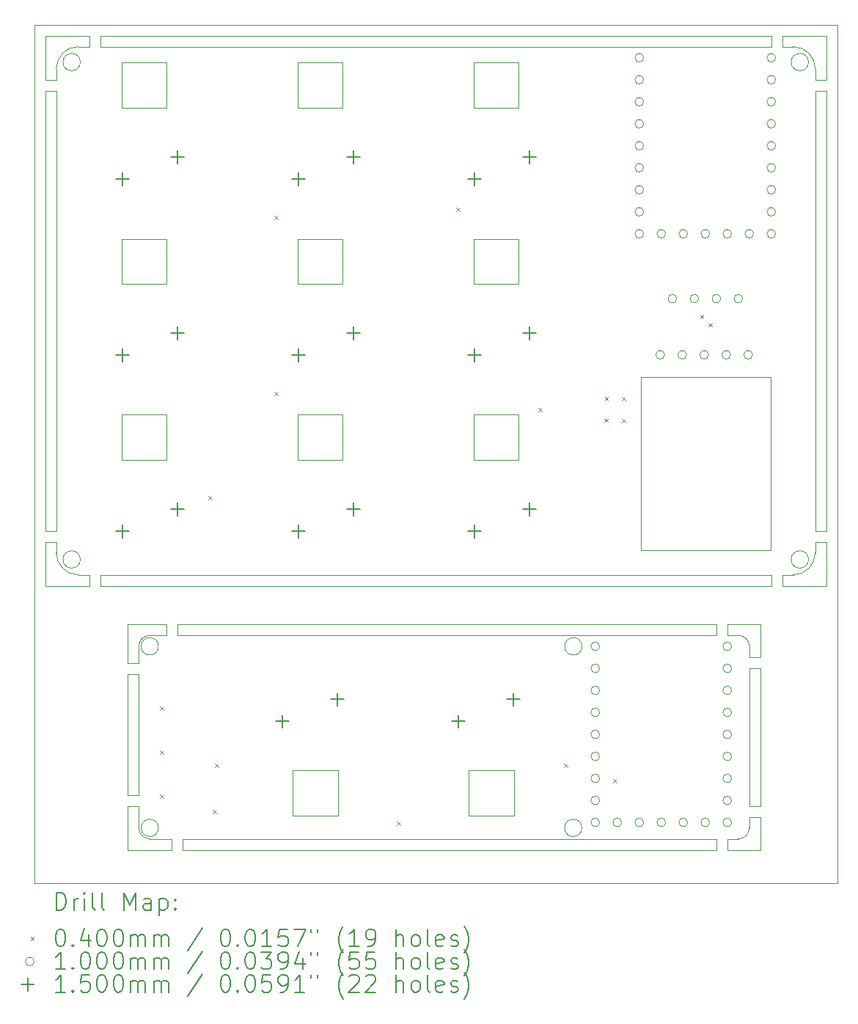
<source format=gbr>
%FSLAX45Y45*%
G04 Gerber Fmt 4.5, Leading zero omitted, Abs format (unit mm)*
G04 Created by KiCad (PCBNEW (6.0.5)) date 2022-06-14 18:11:53*
%MOMM*%
%LPD*%
G01*
G04 APERTURE LIST*
%TA.AperFunction,Profile*%
%ADD10C,0.050000*%
%TD*%
%ADD11C,0.200000*%
%ADD12C,0.040000*%
%ADD13C,0.100000*%
%ADD14C,0.150000*%
G04 APERTURE END LIST*
D10*
X11049000Y-12509500D02*
G75*
G03*
X10922000Y-12382500I-127000J0D01*
G01*
X4000500Y-14605000D02*
G75*
G03*
X4127500Y-14732000I127000J0D01*
G01*
X11938000Y-6096000D02*
X11811000Y-6096000D01*
X11430000Y-11684000D02*
X11430000Y-11811000D01*
X3048000Y-11303000D02*
X3048000Y-11430000D01*
X10668000Y-14859000D02*
X10668000Y-14732000D01*
X4445000Y-12255500D02*
X4445000Y-12382500D01*
X4000500Y-12509500D02*
X4000500Y-12700000D01*
X11176000Y-14859000D02*
X11176000Y-14478000D01*
X4324154Y-10356775D02*
X3805994Y-10356775D01*
X3805994Y-10356775D02*
X3805994Y-9835615D01*
X3805994Y-9835615D02*
X4324154Y-9835615D01*
X4324154Y-9835615D02*
X4324154Y-10356775D01*
X11049000Y-12636500D02*
X11049000Y-12509500D01*
X10922000Y-14732000D02*
G75*
G03*
X11049000Y-14605000I0J127000D01*
G01*
X11938000Y-11176000D02*
X11938000Y-6096000D01*
X11303000Y-5588000D02*
X3556000Y-5588000D01*
X11811000Y-11176000D02*
X11938000Y-11176000D01*
X5778920Y-13941420D02*
X6297080Y-13941420D01*
X6297080Y-13941420D02*
X6297080Y-14466660D01*
X6297080Y-14466660D02*
X5778920Y-14466660D01*
X5778920Y-14466660D02*
X5778920Y-13941420D01*
X11303000Y-5588000D02*
X11303000Y-5461000D01*
X2921000Y-5461000D02*
X2921000Y-5969000D01*
X10795000Y-14732000D02*
X10795000Y-14859000D01*
X3556000Y-11684000D02*
X3556000Y-11811000D01*
X3429000Y-5461000D02*
X3429000Y-5588000D01*
X8387080Y-8323580D02*
X7868920Y-8323580D01*
X7868920Y-8323580D02*
X7868920Y-7805420D01*
X7868920Y-7805420D02*
X8387080Y-7805420D01*
X8387080Y-7805420D02*
X8387080Y-8323580D01*
X4000500Y-12827000D02*
X4000500Y-14224000D01*
X2794000Y-5334000D02*
X12065000Y-5334000D01*
X12065000Y-5334000D02*
X12065000Y-15240000D01*
X12065000Y-15240000D02*
X2794000Y-15240000D01*
X2794000Y-15240000D02*
X2794000Y-5334000D01*
X4000500Y-14351000D02*
X4000500Y-14605000D01*
X11430000Y-5588000D02*
X11430000Y-5461000D01*
X11733200Y-5765800D02*
G75*
G03*
X11733200Y-5765800I-100000J0D01*
G01*
X11049000Y-14478000D02*
X11049000Y-14605000D01*
X3873500Y-14224000D02*
X3873500Y-12827000D01*
X11049000Y-14351000D02*
X11176000Y-14351000D01*
X11176000Y-14351000D02*
X11176000Y-12763500D01*
X3429000Y-5461000D02*
X2921000Y-5461000D01*
X3048000Y-6096000D02*
X2921000Y-6096000D01*
X8387681Y-10361855D02*
X7869521Y-10361855D01*
X7869521Y-10361855D02*
X7869521Y-9831535D01*
X7869521Y-9831535D02*
X8387681Y-9831535D01*
X8387681Y-9831535D02*
X8387681Y-10361855D01*
X3556000Y-5461000D02*
X3556000Y-5588000D01*
X4324154Y-8325580D02*
X3805994Y-8325580D01*
X3805994Y-8325580D02*
X3805994Y-7805420D01*
X3805994Y-7805420D02*
X4324154Y-7805420D01*
X4324154Y-7805420D02*
X4324154Y-8325580D01*
X11176000Y-14478000D02*
X11049000Y-14478000D01*
X3873500Y-14351000D02*
X4000500Y-14351000D01*
X9117000Y-14605000D02*
G75*
G03*
X9117000Y-14605000I-100000J0D01*
G01*
X3048000Y-5969000D02*
X3048000Y-5842000D01*
X2921000Y-6096000D02*
X2921000Y-11176000D01*
X11938000Y-5461000D02*
X11938000Y-5969000D01*
X6355917Y-8325580D02*
X5837757Y-8325580D01*
X5837757Y-8325580D02*
X5837757Y-7805420D01*
X5837757Y-7805420D02*
X6355917Y-7805420D01*
X6355917Y-7805420D02*
X6355917Y-8325580D01*
X6355080Y-10357500D02*
X5836920Y-10357500D01*
X5836920Y-10357500D02*
X5836920Y-9832260D01*
X5836920Y-9832260D02*
X6355080Y-9832260D01*
X6355080Y-9832260D02*
X6355080Y-10357500D01*
X3302000Y-5588000D02*
X3429000Y-5588000D01*
X4381500Y-14859000D02*
X4381500Y-14732000D01*
X11938000Y-11811000D02*
X11938000Y-11303000D01*
X4318000Y-12382500D02*
X4127500Y-12382500D01*
X11557000Y-5588000D02*
X11430000Y-5588000D01*
X11733200Y-11506200D02*
G75*
G03*
X11733200Y-11506200I-100000J0D01*
G01*
X4127500Y-12382500D02*
G75*
G03*
X4000500Y-12509500I0J-127000D01*
G01*
X4000500Y-12700000D02*
X3873500Y-12700000D01*
X11430000Y-5461000D02*
X11938000Y-5461000D01*
X7810920Y-13939880D02*
X8329080Y-13939880D01*
X8329080Y-13939880D02*
X8329080Y-14465120D01*
X8329080Y-14465120D02*
X7810920Y-14465120D01*
X7810920Y-14465120D02*
X7810920Y-13939880D01*
X11811000Y-6096000D02*
X11811000Y-11176000D01*
X11303000Y-5461000D02*
X3556000Y-5461000D01*
X3048000Y-6096000D02*
X3048000Y-11176000D01*
X10668000Y-14732000D02*
X4508500Y-14732000D01*
X4445000Y-12382500D02*
X10668000Y-12382500D01*
X3048000Y-11430000D02*
G75*
G03*
X3302000Y-11684000I254000J0D01*
G01*
X4227500Y-12509500D02*
G75*
G03*
X4227500Y-12509500I-100000J0D01*
G01*
X4508500Y-14732000D02*
X4508500Y-14859000D01*
X11049000Y-12763500D02*
X11049000Y-14351000D01*
X11176000Y-12255500D02*
X11176000Y-12636500D01*
X3048000Y-11303000D02*
X2921000Y-11303000D01*
X10795000Y-14859000D02*
X11176000Y-14859000D01*
X4323080Y-6293580D02*
X3804920Y-6293580D01*
X3804920Y-6293580D02*
X3804920Y-5771420D01*
X3804920Y-5771420D02*
X4323080Y-5771420D01*
X4323080Y-5771420D02*
X4323080Y-6293580D01*
X3429000Y-11811000D02*
X3429000Y-11684000D01*
X3873500Y-12255500D02*
X4318000Y-12255500D01*
X2921000Y-11176000D02*
X3048000Y-11176000D01*
X4000500Y-14224000D02*
X3873500Y-14224000D01*
X11176000Y-12763500D02*
X11049000Y-12763500D01*
X11303000Y-11811000D02*
X11303000Y-11684000D01*
X11938000Y-5969000D02*
X11811000Y-5969000D01*
X10668000Y-12255500D02*
X4445000Y-12255500D01*
X4381500Y-14732000D02*
X4127500Y-14732000D01*
X4508500Y-14859000D02*
X10668000Y-14859000D01*
X11557000Y-11684000D02*
X11430000Y-11684000D01*
X11811000Y-5842000D02*
X11811000Y-5969000D01*
X11430000Y-11811000D02*
X11938000Y-11811000D01*
X10922000Y-12382500D02*
X10795000Y-12382500D01*
X3556000Y-11684000D02*
X11303000Y-11684000D01*
X2921000Y-11303000D02*
X2921000Y-11811000D01*
X10795000Y-12382500D02*
X10795000Y-12255500D01*
X3429000Y-11684000D02*
X3302000Y-11684000D01*
X8387080Y-6292580D02*
X7868920Y-6292580D01*
X7868920Y-6292580D02*
X7868920Y-5768340D01*
X7868920Y-5768340D02*
X8387080Y-5768340D01*
X8387080Y-5768340D02*
X8387080Y-6292580D01*
X3873500Y-12700000D02*
X3873500Y-12255500D01*
X10795000Y-12255500D02*
X11176000Y-12255500D01*
X3556000Y-11811000D02*
X11303000Y-11811000D01*
X3325800Y-5765800D02*
G75*
G03*
X3325800Y-5765800I-100000J0D01*
G01*
X3873500Y-14351000D02*
X3873500Y-14859000D01*
X9117000Y-12509500D02*
G75*
G03*
X9117000Y-12509500I-100000J0D01*
G01*
X2921000Y-11811000D02*
X3429000Y-11811000D01*
X3302000Y-5588000D02*
G75*
G03*
X3048000Y-5842000I0J-254000D01*
G01*
X11811000Y-5842000D02*
G75*
G03*
X11557000Y-5588000I-254000J0D01*
G01*
X6355080Y-6293580D02*
X5836920Y-6293580D01*
X5836920Y-6293580D02*
X5836920Y-5771420D01*
X5836920Y-5771420D02*
X6355080Y-5771420D01*
X6355080Y-5771420D02*
X6355080Y-6293580D01*
X9800000Y-9400000D02*
X11300000Y-9400000D01*
X11300000Y-9400000D02*
X11300000Y-11400000D01*
X11300000Y-11400000D02*
X9800000Y-11400000D01*
X9800000Y-11400000D02*
X9800000Y-9400000D01*
X2921000Y-5969000D02*
X3048000Y-5969000D01*
X4318000Y-12255500D02*
X4318000Y-12382500D01*
X10668000Y-12382500D02*
X10668000Y-12255500D01*
X4227500Y-14605000D02*
G75*
G03*
X4227500Y-14605000I-100000J0D01*
G01*
X11811000Y-11303000D02*
X11811000Y-11430000D01*
X11557000Y-11684000D02*
G75*
G03*
X11811000Y-11430000I0J254000D01*
G01*
X3325800Y-11506200D02*
G75*
G03*
X3325800Y-11506200I-100000J0D01*
G01*
X3873500Y-14859000D02*
X4381500Y-14859000D01*
X10922000Y-14732000D02*
X10795000Y-14732000D01*
X11938000Y-11303000D02*
X11811000Y-11303000D01*
X11176000Y-12636500D02*
X11049000Y-12636500D01*
X3873500Y-12827000D02*
X4000500Y-12827000D01*
D11*
D12*
X4247200Y-13200700D02*
X4287200Y-13240700D01*
X4287200Y-13200700D02*
X4247200Y-13240700D01*
X4247200Y-13708700D02*
X4287200Y-13748700D01*
X4287200Y-13708700D02*
X4247200Y-13748700D01*
X4247200Y-14216700D02*
X4287200Y-14256700D01*
X4287200Y-14216700D02*
X4247200Y-14256700D01*
X4806000Y-10775000D02*
X4846000Y-10815000D01*
X4846000Y-10775000D02*
X4806000Y-10815000D01*
X4856800Y-14394500D02*
X4896800Y-14434500D01*
X4896800Y-14394500D02*
X4856800Y-14434500D01*
X4882200Y-13861100D02*
X4922200Y-13901100D01*
X4922200Y-13861100D02*
X4882200Y-13901100D01*
X5568000Y-7536500D02*
X5608000Y-7576500D01*
X5608000Y-7536500D02*
X5568000Y-7576500D01*
X5568000Y-9568500D02*
X5608000Y-9608500D01*
X5608000Y-9568500D02*
X5568000Y-9608500D01*
X6977700Y-14534200D02*
X7017700Y-14574200D01*
X7017700Y-14534200D02*
X6977700Y-14574200D01*
X7663500Y-7447600D02*
X7703500Y-7487600D01*
X7703500Y-7447600D02*
X7663500Y-7487600D01*
X8616000Y-9759000D02*
X8656000Y-9799000D01*
X8656000Y-9759000D02*
X8616000Y-9799000D01*
X8908100Y-13861100D02*
X8948100Y-13901100D01*
X8948100Y-13861100D02*
X8908100Y-13901100D01*
X9378000Y-9880000D02*
X9418000Y-9920000D01*
X9418000Y-9880000D02*
X9378000Y-9920000D01*
X9380000Y-9632000D02*
X9420000Y-9672000D01*
X9420000Y-9632000D02*
X9380000Y-9672000D01*
X9479600Y-14038900D02*
X9519600Y-14078900D01*
X9519600Y-14038900D02*
X9479600Y-14078900D01*
X9580000Y-9632000D02*
X9620000Y-9672000D01*
X9620000Y-9632000D02*
X9580000Y-9672000D01*
X9580000Y-9886000D02*
X9620000Y-9926000D01*
X9620000Y-9886000D02*
X9580000Y-9926000D01*
X10480000Y-8680000D02*
X10520000Y-8720000D01*
X10520000Y-8680000D02*
X10480000Y-8720000D01*
X10580000Y-8780000D02*
X10620000Y-8820000D01*
X10620000Y-8780000D02*
X10580000Y-8820000D01*
D13*
X9321000Y-12509500D02*
G75*
G03*
X9321000Y-12509500I-50000J0D01*
G01*
X9321000Y-12763500D02*
G75*
G03*
X9321000Y-12763500I-50000J0D01*
G01*
X9321000Y-13017500D02*
G75*
G03*
X9321000Y-13017500I-50000J0D01*
G01*
X9321000Y-13271500D02*
G75*
G03*
X9321000Y-13271500I-50000J0D01*
G01*
X9321000Y-13525500D02*
G75*
G03*
X9321000Y-13525500I-50000J0D01*
G01*
X9321000Y-13779500D02*
G75*
G03*
X9321000Y-13779500I-50000J0D01*
G01*
X9321000Y-14033500D02*
G75*
G03*
X9321000Y-14033500I-50000J0D01*
G01*
X9321000Y-14287500D02*
G75*
G03*
X9321000Y-14287500I-50000J0D01*
G01*
X9321000Y-14541500D02*
G75*
G03*
X9321000Y-14541500I-50000J0D01*
G01*
X9575000Y-14541500D02*
G75*
G03*
X9575000Y-14541500I-50000J0D01*
G01*
X9829000Y-5715000D02*
G75*
G03*
X9829000Y-5715000I-50000J0D01*
G01*
X9829000Y-5969000D02*
G75*
G03*
X9829000Y-5969000I-50000J0D01*
G01*
X9829000Y-6223000D02*
G75*
G03*
X9829000Y-6223000I-50000J0D01*
G01*
X9829000Y-6477000D02*
G75*
G03*
X9829000Y-6477000I-50000J0D01*
G01*
X9829000Y-6731000D02*
G75*
G03*
X9829000Y-6731000I-50000J0D01*
G01*
X9829000Y-6985000D02*
G75*
G03*
X9829000Y-6985000I-50000J0D01*
G01*
X9829000Y-7239000D02*
G75*
G03*
X9829000Y-7239000I-50000J0D01*
G01*
X9829000Y-7493000D02*
G75*
G03*
X9829000Y-7493000I-50000J0D01*
G01*
X9829000Y-7747000D02*
G75*
G03*
X9829000Y-7747000I-50000J0D01*
G01*
X9829000Y-14541500D02*
G75*
G03*
X9829000Y-14541500I-50000J0D01*
G01*
X10070300Y-9144000D02*
G75*
G03*
X10070300Y-9144000I-50000J0D01*
G01*
X10083000Y-7747000D02*
G75*
G03*
X10083000Y-7747000I-50000J0D01*
G01*
X10083000Y-14541500D02*
G75*
G03*
X10083000Y-14541500I-50000J0D01*
G01*
X10211000Y-8496300D02*
G75*
G03*
X10211000Y-8496300I-50000J0D01*
G01*
X10324300Y-9144000D02*
G75*
G03*
X10324300Y-9144000I-50000J0D01*
G01*
X10337000Y-7747000D02*
G75*
G03*
X10337000Y-7747000I-50000J0D01*
G01*
X10337000Y-14541500D02*
G75*
G03*
X10337000Y-14541500I-50000J0D01*
G01*
X10465000Y-8496300D02*
G75*
G03*
X10465000Y-8496300I-50000J0D01*
G01*
X10578300Y-9144000D02*
G75*
G03*
X10578300Y-9144000I-50000J0D01*
G01*
X10591000Y-7747000D02*
G75*
G03*
X10591000Y-7747000I-50000J0D01*
G01*
X10591000Y-14541500D02*
G75*
G03*
X10591000Y-14541500I-50000J0D01*
G01*
X10719000Y-8496300D02*
G75*
G03*
X10719000Y-8496300I-50000J0D01*
G01*
X10832300Y-9144000D02*
G75*
G03*
X10832300Y-9144000I-50000J0D01*
G01*
X10845000Y-7747000D02*
G75*
G03*
X10845000Y-7747000I-50000J0D01*
G01*
X10845000Y-12509500D02*
G75*
G03*
X10845000Y-12509500I-50000J0D01*
G01*
X10845000Y-12763500D02*
G75*
G03*
X10845000Y-12763500I-50000J0D01*
G01*
X10845000Y-13017500D02*
G75*
G03*
X10845000Y-13017500I-50000J0D01*
G01*
X10845000Y-13271500D02*
G75*
G03*
X10845000Y-13271500I-50000J0D01*
G01*
X10845000Y-13525500D02*
G75*
G03*
X10845000Y-13525500I-50000J0D01*
G01*
X10845000Y-13779500D02*
G75*
G03*
X10845000Y-13779500I-50000J0D01*
G01*
X10845000Y-14033500D02*
G75*
G03*
X10845000Y-14033500I-50000J0D01*
G01*
X10845000Y-14287500D02*
G75*
G03*
X10845000Y-14287500I-50000J0D01*
G01*
X10845000Y-14541500D02*
G75*
G03*
X10845000Y-14541500I-50000J0D01*
G01*
X10973000Y-8496300D02*
G75*
G03*
X10973000Y-8496300I-50000J0D01*
G01*
X11086300Y-9144000D02*
G75*
G03*
X11086300Y-9144000I-50000J0D01*
G01*
X11099000Y-7747000D02*
G75*
G03*
X11099000Y-7747000I-50000J0D01*
G01*
X11353000Y-5715000D02*
G75*
G03*
X11353000Y-5715000I-50000J0D01*
G01*
X11353000Y-5969000D02*
G75*
G03*
X11353000Y-5969000I-50000J0D01*
G01*
X11353000Y-6223000D02*
G75*
G03*
X11353000Y-6223000I-50000J0D01*
G01*
X11353000Y-6477000D02*
G75*
G03*
X11353000Y-6477000I-50000J0D01*
G01*
X11353000Y-6731000D02*
G75*
G03*
X11353000Y-6731000I-50000J0D01*
G01*
X11353000Y-6985000D02*
G75*
G03*
X11353000Y-6985000I-50000J0D01*
G01*
X11353000Y-7239000D02*
G75*
G03*
X11353000Y-7239000I-50000J0D01*
G01*
X11353000Y-7493000D02*
G75*
G03*
X11353000Y-7493000I-50000J0D01*
G01*
X11353000Y-7747000D02*
G75*
G03*
X11353000Y-7747000I-50000J0D01*
G01*
D14*
X3810000Y-7037000D02*
X3810000Y-7187000D01*
X3735000Y-7112000D02*
X3885000Y-7112000D01*
X3810000Y-9069000D02*
X3810000Y-9219000D01*
X3735000Y-9144000D02*
X3885000Y-9144000D01*
X3810000Y-11101000D02*
X3810000Y-11251000D01*
X3735000Y-11176000D02*
X3885000Y-11176000D01*
X4445000Y-6783000D02*
X4445000Y-6933000D01*
X4370000Y-6858000D02*
X4520000Y-6858000D01*
X4445000Y-8815000D02*
X4445000Y-8965000D01*
X4370000Y-8890000D02*
X4520000Y-8890000D01*
X4445000Y-10847000D02*
X4445000Y-10997000D01*
X4370000Y-10922000D02*
X4520000Y-10922000D01*
X5657000Y-13301000D02*
X5657000Y-13451000D01*
X5582000Y-13376000D02*
X5732000Y-13376000D01*
X5842000Y-7037000D02*
X5842000Y-7187000D01*
X5767000Y-7112000D02*
X5917000Y-7112000D01*
X5842000Y-11101000D02*
X5842000Y-11251000D01*
X5767000Y-11176000D02*
X5917000Y-11176000D01*
X5843922Y-9069961D02*
X5843922Y-9219961D01*
X5768922Y-9144961D02*
X5918922Y-9144961D01*
X6292000Y-13047000D02*
X6292000Y-13197000D01*
X6217000Y-13122000D02*
X6367000Y-13122000D01*
X6477000Y-6783000D02*
X6477000Y-6933000D01*
X6402000Y-6858000D02*
X6552000Y-6858000D01*
X6477000Y-10847000D02*
X6477000Y-10997000D01*
X6402000Y-10922000D02*
X6552000Y-10922000D01*
X6478922Y-8815961D02*
X6478922Y-8965961D01*
X6403922Y-8890961D02*
X6553922Y-8890961D01*
X7689000Y-13301000D02*
X7689000Y-13451000D01*
X7614000Y-13376000D02*
X7764000Y-13376000D01*
X7874000Y-7037000D02*
X7874000Y-7187000D01*
X7799000Y-7112000D02*
X7949000Y-7112000D01*
X7874000Y-9069000D02*
X7874000Y-9219000D01*
X7799000Y-9144000D02*
X7949000Y-9144000D01*
X7874000Y-11101000D02*
X7874000Y-11251000D01*
X7799000Y-11176000D02*
X7949000Y-11176000D01*
X8324000Y-13047000D02*
X8324000Y-13197000D01*
X8249000Y-13122000D02*
X8399000Y-13122000D01*
X8509000Y-6783000D02*
X8509000Y-6933000D01*
X8434000Y-6858000D02*
X8584000Y-6858000D01*
X8509000Y-8815000D02*
X8509000Y-8965000D01*
X8434000Y-8890000D02*
X8584000Y-8890000D01*
X8509000Y-10847000D02*
X8509000Y-10997000D01*
X8434000Y-10922000D02*
X8584000Y-10922000D01*
D11*
X3049119Y-15552976D02*
X3049119Y-15352976D01*
X3096738Y-15352976D01*
X3125309Y-15362500D01*
X3144357Y-15381548D01*
X3153881Y-15400595D01*
X3163405Y-15438690D01*
X3163405Y-15467262D01*
X3153881Y-15505357D01*
X3144357Y-15524405D01*
X3125309Y-15543452D01*
X3096738Y-15552976D01*
X3049119Y-15552976D01*
X3249119Y-15552976D02*
X3249119Y-15419643D01*
X3249119Y-15457738D02*
X3258643Y-15438690D01*
X3268167Y-15429167D01*
X3287214Y-15419643D01*
X3306262Y-15419643D01*
X3372928Y-15552976D02*
X3372928Y-15419643D01*
X3372928Y-15352976D02*
X3363405Y-15362500D01*
X3372928Y-15372024D01*
X3382452Y-15362500D01*
X3372928Y-15352976D01*
X3372928Y-15372024D01*
X3496738Y-15552976D02*
X3477690Y-15543452D01*
X3468167Y-15524405D01*
X3468167Y-15352976D01*
X3601500Y-15552976D02*
X3582452Y-15543452D01*
X3572928Y-15524405D01*
X3572928Y-15352976D01*
X3830071Y-15552976D02*
X3830071Y-15352976D01*
X3896738Y-15495833D01*
X3963405Y-15352976D01*
X3963405Y-15552976D01*
X4144357Y-15552976D02*
X4144357Y-15448214D01*
X4134833Y-15429167D01*
X4115786Y-15419643D01*
X4077690Y-15419643D01*
X4058643Y-15429167D01*
X4144357Y-15543452D02*
X4125309Y-15552976D01*
X4077690Y-15552976D01*
X4058643Y-15543452D01*
X4049119Y-15524405D01*
X4049119Y-15505357D01*
X4058643Y-15486309D01*
X4077690Y-15476786D01*
X4125309Y-15476786D01*
X4144357Y-15467262D01*
X4239595Y-15419643D02*
X4239595Y-15619643D01*
X4239595Y-15429167D02*
X4258643Y-15419643D01*
X4296738Y-15419643D01*
X4315786Y-15429167D01*
X4325310Y-15438690D01*
X4334833Y-15457738D01*
X4334833Y-15514881D01*
X4325310Y-15533928D01*
X4315786Y-15543452D01*
X4296738Y-15552976D01*
X4258643Y-15552976D01*
X4239595Y-15543452D01*
X4420548Y-15533928D02*
X4430071Y-15543452D01*
X4420548Y-15552976D01*
X4411024Y-15543452D01*
X4420548Y-15533928D01*
X4420548Y-15552976D01*
X4420548Y-15429167D02*
X4430071Y-15438690D01*
X4420548Y-15448214D01*
X4411024Y-15438690D01*
X4420548Y-15429167D01*
X4420548Y-15448214D01*
D12*
X2751500Y-15862500D02*
X2791500Y-15902500D01*
X2791500Y-15862500D02*
X2751500Y-15902500D01*
D11*
X3087214Y-15772976D02*
X3106262Y-15772976D01*
X3125309Y-15782500D01*
X3134833Y-15792024D01*
X3144357Y-15811071D01*
X3153881Y-15849167D01*
X3153881Y-15896786D01*
X3144357Y-15934881D01*
X3134833Y-15953928D01*
X3125309Y-15963452D01*
X3106262Y-15972976D01*
X3087214Y-15972976D01*
X3068167Y-15963452D01*
X3058643Y-15953928D01*
X3049119Y-15934881D01*
X3039595Y-15896786D01*
X3039595Y-15849167D01*
X3049119Y-15811071D01*
X3058643Y-15792024D01*
X3068167Y-15782500D01*
X3087214Y-15772976D01*
X3239595Y-15953928D02*
X3249119Y-15963452D01*
X3239595Y-15972976D01*
X3230071Y-15963452D01*
X3239595Y-15953928D01*
X3239595Y-15972976D01*
X3420548Y-15839643D02*
X3420548Y-15972976D01*
X3372928Y-15763452D02*
X3325309Y-15906309D01*
X3449119Y-15906309D01*
X3563405Y-15772976D02*
X3582452Y-15772976D01*
X3601500Y-15782500D01*
X3611024Y-15792024D01*
X3620548Y-15811071D01*
X3630071Y-15849167D01*
X3630071Y-15896786D01*
X3620548Y-15934881D01*
X3611024Y-15953928D01*
X3601500Y-15963452D01*
X3582452Y-15972976D01*
X3563405Y-15972976D01*
X3544357Y-15963452D01*
X3534833Y-15953928D01*
X3525309Y-15934881D01*
X3515786Y-15896786D01*
X3515786Y-15849167D01*
X3525309Y-15811071D01*
X3534833Y-15792024D01*
X3544357Y-15782500D01*
X3563405Y-15772976D01*
X3753881Y-15772976D02*
X3772928Y-15772976D01*
X3791976Y-15782500D01*
X3801500Y-15792024D01*
X3811024Y-15811071D01*
X3820548Y-15849167D01*
X3820548Y-15896786D01*
X3811024Y-15934881D01*
X3801500Y-15953928D01*
X3791976Y-15963452D01*
X3772928Y-15972976D01*
X3753881Y-15972976D01*
X3734833Y-15963452D01*
X3725309Y-15953928D01*
X3715786Y-15934881D01*
X3706262Y-15896786D01*
X3706262Y-15849167D01*
X3715786Y-15811071D01*
X3725309Y-15792024D01*
X3734833Y-15782500D01*
X3753881Y-15772976D01*
X3906262Y-15972976D02*
X3906262Y-15839643D01*
X3906262Y-15858690D02*
X3915786Y-15849167D01*
X3934833Y-15839643D01*
X3963405Y-15839643D01*
X3982452Y-15849167D01*
X3991976Y-15868214D01*
X3991976Y-15972976D01*
X3991976Y-15868214D02*
X4001500Y-15849167D01*
X4020548Y-15839643D01*
X4049119Y-15839643D01*
X4068167Y-15849167D01*
X4077690Y-15868214D01*
X4077690Y-15972976D01*
X4172928Y-15972976D02*
X4172928Y-15839643D01*
X4172928Y-15858690D02*
X4182452Y-15849167D01*
X4201500Y-15839643D01*
X4230071Y-15839643D01*
X4249119Y-15849167D01*
X4258643Y-15868214D01*
X4258643Y-15972976D01*
X4258643Y-15868214D02*
X4268167Y-15849167D01*
X4287214Y-15839643D01*
X4315786Y-15839643D01*
X4334833Y-15849167D01*
X4344357Y-15868214D01*
X4344357Y-15972976D01*
X4734833Y-15763452D02*
X4563405Y-16020595D01*
X4991976Y-15772976D02*
X5011024Y-15772976D01*
X5030071Y-15782500D01*
X5039595Y-15792024D01*
X5049119Y-15811071D01*
X5058643Y-15849167D01*
X5058643Y-15896786D01*
X5049119Y-15934881D01*
X5039595Y-15953928D01*
X5030071Y-15963452D01*
X5011024Y-15972976D01*
X4991976Y-15972976D01*
X4972929Y-15963452D01*
X4963405Y-15953928D01*
X4953881Y-15934881D01*
X4944357Y-15896786D01*
X4944357Y-15849167D01*
X4953881Y-15811071D01*
X4963405Y-15792024D01*
X4972929Y-15782500D01*
X4991976Y-15772976D01*
X5144357Y-15953928D02*
X5153881Y-15963452D01*
X5144357Y-15972976D01*
X5134833Y-15963452D01*
X5144357Y-15953928D01*
X5144357Y-15972976D01*
X5277690Y-15772976D02*
X5296738Y-15772976D01*
X5315786Y-15782500D01*
X5325310Y-15792024D01*
X5334833Y-15811071D01*
X5344357Y-15849167D01*
X5344357Y-15896786D01*
X5334833Y-15934881D01*
X5325310Y-15953928D01*
X5315786Y-15963452D01*
X5296738Y-15972976D01*
X5277690Y-15972976D01*
X5258643Y-15963452D01*
X5249119Y-15953928D01*
X5239595Y-15934881D01*
X5230071Y-15896786D01*
X5230071Y-15849167D01*
X5239595Y-15811071D01*
X5249119Y-15792024D01*
X5258643Y-15782500D01*
X5277690Y-15772976D01*
X5534833Y-15972976D02*
X5420548Y-15972976D01*
X5477690Y-15972976D02*
X5477690Y-15772976D01*
X5458643Y-15801548D01*
X5439595Y-15820595D01*
X5420548Y-15830119D01*
X5715786Y-15772976D02*
X5620548Y-15772976D01*
X5611024Y-15868214D01*
X5620548Y-15858690D01*
X5639595Y-15849167D01*
X5687214Y-15849167D01*
X5706262Y-15858690D01*
X5715786Y-15868214D01*
X5725309Y-15887262D01*
X5725309Y-15934881D01*
X5715786Y-15953928D01*
X5706262Y-15963452D01*
X5687214Y-15972976D01*
X5639595Y-15972976D01*
X5620548Y-15963452D01*
X5611024Y-15953928D01*
X5791976Y-15772976D02*
X5925309Y-15772976D01*
X5839595Y-15972976D01*
X5991976Y-15772976D02*
X5991976Y-15811071D01*
X6068167Y-15772976D02*
X6068167Y-15811071D01*
X6363405Y-16049167D02*
X6353881Y-16039643D01*
X6334833Y-16011071D01*
X6325309Y-15992024D01*
X6315786Y-15963452D01*
X6306262Y-15915833D01*
X6306262Y-15877738D01*
X6315786Y-15830119D01*
X6325309Y-15801548D01*
X6334833Y-15782500D01*
X6353881Y-15753928D01*
X6363405Y-15744405D01*
X6544357Y-15972976D02*
X6430071Y-15972976D01*
X6487214Y-15972976D02*
X6487214Y-15772976D01*
X6468167Y-15801548D01*
X6449119Y-15820595D01*
X6430071Y-15830119D01*
X6639595Y-15972976D02*
X6677690Y-15972976D01*
X6696738Y-15963452D01*
X6706262Y-15953928D01*
X6725309Y-15925357D01*
X6734833Y-15887262D01*
X6734833Y-15811071D01*
X6725309Y-15792024D01*
X6715786Y-15782500D01*
X6696738Y-15772976D01*
X6658643Y-15772976D01*
X6639595Y-15782500D01*
X6630071Y-15792024D01*
X6620548Y-15811071D01*
X6620548Y-15858690D01*
X6630071Y-15877738D01*
X6639595Y-15887262D01*
X6658643Y-15896786D01*
X6696738Y-15896786D01*
X6715786Y-15887262D01*
X6725309Y-15877738D01*
X6734833Y-15858690D01*
X6972928Y-15972976D02*
X6972928Y-15772976D01*
X7058643Y-15972976D02*
X7058643Y-15868214D01*
X7049119Y-15849167D01*
X7030071Y-15839643D01*
X7001500Y-15839643D01*
X6982452Y-15849167D01*
X6972928Y-15858690D01*
X7182452Y-15972976D02*
X7163405Y-15963452D01*
X7153881Y-15953928D01*
X7144357Y-15934881D01*
X7144357Y-15877738D01*
X7153881Y-15858690D01*
X7163405Y-15849167D01*
X7182452Y-15839643D01*
X7211024Y-15839643D01*
X7230071Y-15849167D01*
X7239595Y-15858690D01*
X7249119Y-15877738D01*
X7249119Y-15934881D01*
X7239595Y-15953928D01*
X7230071Y-15963452D01*
X7211024Y-15972976D01*
X7182452Y-15972976D01*
X7363405Y-15972976D02*
X7344357Y-15963452D01*
X7334833Y-15944405D01*
X7334833Y-15772976D01*
X7515786Y-15963452D02*
X7496738Y-15972976D01*
X7458643Y-15972976D01*
X7439595Y-15963452D01*
X7430071Y-15944405D01*
X7430071Y-15868214D01*
X7439595Y-15849167D01*
X7458643Y-15839643D01*
X7496738Y-15839643D01*
X7515786Y-15849167D01*
X7525309Y-15868214D01*
X7525309Y-15887262D01*
X7430071Y-15906309D01*
X7601500Y-15963452D02*
X7620548Y-15972976D01*
X7658643Y-15972976D01*
X7677690Y-15963452D01*
X7687214Y-15944405D01*
X7687214Y-15934881D01*
X7677690Y-15915833D01*
X7658643Y-15906309D01*
X7630071Y-15906309D01*
X7611024Y-15896786D01*
X7601500Y-15877738D01*
X7601500Y-15868214D01*
X7611024Y-15849167D01*
X7630071Y-15839643D01*
X7658643Y-15839643D01*
X7677690Y-15849167D01*
X7753881Y-16049167D02*
X7763405Y-16039643D01*
X7782452Y-16011071D01*
X7791976Y-15992024D01*
X7801500Y-15963452D01*
X7811024Y-15915833D01*
X7811024Y-15877738D01*
X7801500Y-15830119D01*
X7791976Y-15801548D01*
X7782452Y-15782500D01*
X7763405Y-15753928D01*
X7753881Y-15744405D01*
D13*
X2791500Y-16146500D02*
G75*
G03*
X2791500Y-16146500I-50000J0D01*
G01*
D11*
X3153881Y-16236976D02*
X3039595Y-16236976D01*
X3096738Y-16236976D02*
X3096738Y-16036976D01*
X3077690Y-16065548D01*
X3058643Y-16084595D01*
X3039595Y-16094119D01*
X3239595Y-16217928D02*
X3249119Y-16227452D01*
X3239595Y-16236976D01*
X3230071Y-16227452D01*
X3239595Y-16217928D01*
X3239595Y-16236976D01*
X3372928Y-16036976D02*
X3391976Y-16036976D01*
X3411024Y-16046500D01*
X3420548Y-16056024D01*
X3430071Y-16075071D01*
X3439595Y-16113167D01*
X3439595Y-16160786D01*
X3430071Y-16198881D01*
X3420548Y-16217928D01*
X3411024Y-16227452D01*
X3391976Y-16236976D01*
X3372928Y-16236976D01*
X3353881Y-16227452D01*
X3344357Y-16217928D01*
X3334833Y-16198881D01*
X3325309Y-16160786D01*
X3325309Y-16113167D01*
X3334833Y-16075071D01*
X3344357Y-16056024D01*
X3353881Y-16046500D01*
X3372928Y-16036976D01*
X3563405Y-16036976D02*
X3582452Y-16036976D01*
X3601500Y-16046500D01*
X3611024Y-16056024D01*
X3620548Y-16075071D01*
X3630071Y-16113167D01*
X3630071Y-16160786D01*
X3620548Y-16198881D01*
X3611024Y-16217928D01*
X3601500Y-16227452D01*
X3582452Y-16236976D01*
X3563405Y-16236976D01*
X3544357Y-16227452D01*
X3534833Y-16217928D01*
X3525309Y-16198881D01*
X3515786Y-16160786D01*
X3515786Y-16113167D01*
X3525309Y-16075071D01*
X3534833Y-16056024D01*
X3544357Y-16046500D01*
X3563405Y-16036976D01*
X3753881Y-16036976D02*
X3772928Y-16036976D01*
X3791976Y-16046500D01*
X3801500Y-16056024D01*
X3811024Y-16075071D01*
X3820548Y-16113167D01*
X3820548Y-16160786D01*
X3811024Y-16198881D01*
X3801500Y-16217928D01*
X3791976Y-16227452D01*
X3772928Y-16236976D01*
X3753881Y-16236976D01*
X3734833Y-16227452D01*
X3725309Y-16217928D01*
X3715786Y-16198881D01*
X3706262Y-16160786D01*
X3706262Y-16113167D01*
X3715786Y-16075071D01*
X3725309Y-16056024D01*
X3734833Y-16046500D01*
X3753881Y-16036976D01*
X3906262Y-16236976D02*
X3906262Y-16103643D01*
X3906262Y-16122690D02*
X3915786Y-16113167D01*
X3934833Y-16103643D01*
X3963405Y-16103643D01*
X3982452Y-16113167D01*
X3991976Y-16132214D01*
X3991976Y-16236976D01*
X3991976Y-16132214D02*
X4001500Y-16113167D01*
X4020548Y-16103643D01*
X4049119Y-16103643D01*
X4068167Y-16113167D01*
X4077690Y-16132214D01*
X4077690Y-16236976D01*
X4172928Y-16236976D02*
X4172928Y-16103643D01*
X4172928Y-16122690D02*
X4182452Y-16113167D01*
X4201500Y-16103643D01*
X4230071Y-16103643D01*
X4249119Y-16113167D01*
X4258643Y-16132214D01*
X4258643Y-16236976D01*
X4258643Y-16132214D02*
X4268167Y-16113167D01*
X4287214Y-16103643D01*
X4315786Y-16103643D01*
X4334833Y-16113167D01*
X4344357Y-16132214D01*
X4344357Y-16236976D01*
X4734833Y-16027452D02*
X4563405Y-16284595D01*
X4991976Y-16036976D02*
X5011024Y-16036976D01*
X5030071Y-16046500D01*
X5039595Y-16056024D01*
X5049119Y-16075071D01*
X5058643Y-16113167D01*
X5058643Y-16160786D01*
X5049119Y-16198881D01*
X5039595Y-16217928D01*
X5030071Y-16227452D01*
X5011024Y-16236976D01*
X4991976Y-16236976D01*
X4972929Y-16227452D01*
X4963405Y-16217928D01*
X4953881Y-16198881D01*
X4944357Y-16160786D01*
X4944357Y-16113167D01*
X4953881Y-16075071D01*
X4963405Y-16056024D01*
X4972929Y-16046500D01*
X4991976Y-16036976D01*
X5144357Y-16217928D02*
X5153881Y-16227452D01*
X5144357Y-16236976D01*
X5134833Y-16227452D01*
X5144357Y-16217928D01*
X5144357Y-16236976D01*
X5277690Y-16036976D02*
X5296738Y-16036976D01*
X5315786Y-16046500D01*
X5325310Y-16056024D01*
X5334833Y-16075071D01*
X5344357Y-16113167D01*
X5344357Y-16160786D01*
X5334833Y-16198881D01*
X5325310Y-16217928D01*
X5315786Y-16227452D01*
X5296738Y-16236976D01*
X5277690Y-16236976D01*
X5258643Y-16227452D01*
X5249119Y-16217928D01*
X5239595Y-16198881D01*
X5230071Y-16160786D01*
X5230071Y-16113167D01*
X5239595Y-16075071D01*
X5249119Y-16056024D01*
X5258643Y-16046500D01*
X5277690Y-16036976D01*
X5411024Y-16036976D02*
X5534833Y-16036976D01*
X5468167Y-16113167D01*
X5496738Y-16113167D01*
X5515786Y-16122690D01*
X5525310Y-16132214D01*
X5534833Y-16151262D01*
X5534833Y-16198881D01*
X5525310Y-16217928D01*
X5515786Y-16227452D01*
X5496738Y-16236976D01*
X5439595Y-16236976D01*
X5420548Y-16227452D01*
X5411024Y-16217928D01*
X5630071Y-16236976D02*
X5668167Y-16236976D01*
X5687214Y-16227452D01*
X5696738Y-16217928D01*
X5715786Y-16189357D01*
X5725309Y-16151262D01*
X5725309Y-16075071D01*
X5715786Y-16056024D01*
X5706262Y-16046500D01*
X5687214Y-16036976D01*
X5649119Y-16036976D01*
X5630071Y-16046500D01*
X5620548Y-16056024D01*
X5611024Y-16075071D01*
X5611024Y-16122690D01*
X5620548Y-16141738D01*
X5630071Y-16151262D01*
X5649119Y-16160786D01*
X5687214Y-16160786D01*
X5706262Y-16151262D01*
X5715786Y-16141738D01*
X5725309Y-16122690D01*
X5896738Y-16103643D02*
X5896738Y-16236976D01*
X5849119Y-16027452D02*
X5801500Y-16170309D01*
X5925309Y-16170309D01*
X5991976Y-16036976D02*
X5991976Y-16075071D01*
X6068167Y-16036976D02*
X6068167Y-16075071D01*
X6363405Y-16313167D02*
X6353881Y-16303643D01*
X6334833Y-16275071D01*
X6325309Y-16256024D01*
X6315786Y-16227452D01*
X6306262Y-16179833D01*
X6306262Y-16141738D01*
X6315786Y-16094119D01*
X6325309Y-16065548D01*
X6334833Y-16046500D01*
X6353881Y-16017928D01*
X6363405Y-16008405D01*
X6534833Y-16036976D02*
X6439595Y-16036976D01*
X6430071Y-16132214D01*
X6439595Y-16122690D01*
X6458643Y-16113167D01*
X6506262Y-16113167D01*
X6525309Y-16122690D01*
X6534833Y-16132214D01*
X6544357Y-16151262D01*
X6544357Y-16198881D01*
X6534833Y-16217928D01*
X6525309Y-16227452D01*
X6506262Y-16236976D01*
X6458643Y-16236976D01*
X6439595Y-16227452D01*
X6430071Y-16217928D01*
X6725309Y-16036976D02*
X6630071Y-16036976D01*
X6620548Y-16132214D01*
X6630071Y-16122690D01*
X6649119Y-16113167D01*
X6696738Y-16113167D01*
X6715786Y-16122690D01*
X6725309Y-16132214D01*
X6734833Y-16151262D01*
X6734833Y-16198881D01*
X6725309Y-16217928D01*
X6715786Y-16227452D01*
X6696738Y-16236976D01*
X6649119Y-16236976D01*
X6630071Y-16227452D01*
X6620548Y-16217928D01*
X6972928Y-16236976D02*
X6972928Y-16036976D01*
X7058643Y-16236976D02*
X7058643Y-16132214D01*
X7049119Y-16113167D01*
X7030071Y-16103643D01*
X7001500Y-16103643D01*
X6982452Y-16113167D01*
X6972928Y-16122690D01*
X7182452Y-16236976D02*
X7163405Y-16227452D01*
X7153881Y-16217928D01*
X7144357Y-16198881D01*
X7144357Y-16141738D01*
X7153881Y-16122690D01*
X7163405Y-16113167D01*
X7182452Y-16103643D01*
X7211024Y-16103643D01*
X7230071Y-16113167D01*
X7239595Y-16122690D01*
X7249119Y-16141738D01*
X7249119Y-16198881D01*
X7239595Y-16217928D01*
X7230071Y-16227452D01*
X7211024Y-16236976D01*
X7182452Y-16236976D01*
X7363405Y-16236976D02*
X7344357Y-16227452D01*
X7334833Y-16208405D01*
X7334833Y-16036976D01*
X7515786Y-16227452D02*
X7496738Y-16236976D01*
X7458643Y-16236976D01*
X7439595Y-16227452D01*
X7430071Y-16208405D01*
X7430071Y-16132214D01*
X7439595Y-16113167D01*
X7458643Y-16103643D01*
X7496738Y-16103643D01*
X7515786Y-16113167D01*
X7525309Y-16132214D01*
X7525309Y-16151262D01*
X7430071Y-16170309D01*
X7601500Y-16227452D02*
X7620548Y-16236976D01*
X7658643Y-16236976D01*
X7677690Y-16227452D01*
X7687214Y-16208405D01*
X7687214Y-16198881D01*
X7677690Y-16179833D01*
X7658643Y-16170309D01*
X7630071Y-16170309D01*
X7611024Y-16160786D01*
X7601500Y-16141738D01*
X7601500Y-16132214D01*
X7611024Y-16113167D01*
X7630071Y-16103643D01*
X7658643Y-16103643D01*
X7677690Y-16113167D01*
X7753881Y-16313167D02*
X7763405Y-16303643D01*
X7782452Y-16275071D01*
X7791976Y-16256024D01*
X7801500Y-16227452D01*
X7811024Y-16179833D01*
X7811024Y-16141738D01*
X7801500Y-16094119D01*
X7791976Y-16065548D01*
X7782452Y-16046500D01*
X7763405Y-16017928D01*
X7753881Y-16008405D01*
D14*
X2716500Y-16335500D02*
X2716500Y-16485500D01*
X2641500Y-16410500D02*
X2791500Y-16410500D01*
D11*
X3153881Y-16500976D02*
X3039595Y-16500976D01*
X3096738Y-16500976D02*
X3096738Y-16300976D01*
X3077690Y-16329548D01*
X3058643Y-16348595D01*
X3039595Y-16358119D01*
X3239595Y-16481928D02*
X3249119Y-16491452D01*
X3239595Y-16500976D01*
X3230071Y-16491452D01*
X3239595Y-16481928D01*
X3239595Y-16500976D01*
X3430071Y-16300976D02*
X3334833Y-16300976D01*
X3325309Y-16396214D01*
X3334833Y-16386690D01*
X3353881Y-16377167D01*
X3401500Y-16377167D01*
X3420548Y-16386690D01*
X3430071Y-16396214D01*
X3439595Y-16415262D01*
X3439595Y-16462881D01*
X3430071Y-16481928D01*
X3420548Y-16491452D01*
X3401500Y-16500976D01*
X3353881Y-16500976D01*
X3334833Y-16491452D01*
X3325309Y-16481928D01*
X3563405Y-16300976D02*
X3582452Y-16300976D01*
X3601500Y-16310500D01*
X3611024Y-16320024D01*
X3620548Y-16339071D01*
X3630071Y-16377167D01*
X3630071Y-16424786D01*
X3620548Y-16462881D01*
X3611024Y-16481928D01*
X3601500Y-16491452D01*
X3582452Y-16500976D01*
X3563405Y-16500976D01*
X3544357Y-16491452D01*
X3534833Y-16481928D01*
X3525309Y-16462881D01*
X3515786Y-16424786D01*
X3515786Y-16377167D01*
X3525309Y-16339071D01*
X3534833Y-16320024D01*
X3544357Y-16310500D01*
X3563405Y-16300976D01*
X3753881Y-16300976D02*
X3772928Y-16300976D01*
X3791976Y-16310500D01*
X3801500Y-16320024D01*
X3811024Y-16339071D01*
X3820548Y-16377167D01*
X3820548Y-16424786D01*
X3811024Y-16462881D01*
X3801500Y-16481928D01*
X3791976Y-16491452D01*
X3772928Y-16500976D01*
X3753881Y-16500976D01*
X3734833Y-16491452D01*
X3725309Y-16481928D01*
X3715786Y-16462881D01*
X3706262Y-16424786D01*
X3706262Y-16377167D01*
X3715786Y-16339071D01*
X3725309Y-16320024D01*
X3734833Y-16310500D01*
X3753881Y-16300976D01*
X3906262Y-16500976D02*
X3906262Y-16367643D01*
X3906262Y-16386690D02*
X3915786Y-16377167D01*
X3934833Y-16367643D01*
X3963405Y-16367643D01*
X3982452Y-16377167D01*
X3991976Y-16396214D01*
X3991976Y-16500976D01*
X3991976Y-16396214D02*
X4001500Y-16377167D01*
X4020548Y-16367643D01*
X4049119Y-16367643D01*
X4068167Y-16377167D01*
X4077690Y-16396214D01*
X4077690Y-16500976D01*
X4172928Y-16500976D02*
X4172928Y-16367643D01*
X4172928Y-16386690D02*
X4182452Y-16377167D01*
X4201500Y-16367643D01*
X4230071Y-16367643D01*
X4249119Y-16377167D01*
X4258643Y-16396214D01*
X4258643Y-16500976D01*
X4258643Y-16396214D02*
X4268167Y-16377167D01*
X4287214Y-16367643D01*
X4315786Y-16367643D01*
X4334833Y-16377167D01*
X4344357Y-16396214D01*
X4344357Y-16500976D01*
X4734833Y-16291452D02*
X4563405Y-16548595D01*
X4991976Y-16300976D02*
X5011024Y-16300976D01*
X5030071Y-16310500D01*
X5039595Y-16320024D01*
X5049119Y-16339071D01*
X5058643Y-16377167D01*
X5058643Y-16424786D01*
X5049119Y-16462881D01*
X5039595Y-16481928D01*
X5030071Y-16491452D01*
X5011024Y-16500976D01*
X4991976Y-16500976D01*
X4972929Y-16491452D01*
X4963405Y-16481928D01*
X4953881Y-16462881D01*
X4944357Y-16424786D01*
X4944357Y-16377167D01*
X4953881Y-16339071D01*
X4963405Y-16320024D01*
X4972929Y-16310500D01*
X4991976Y-16300976D01*
X5144357Y-16481928D02*
X5153881Y-16491452D01*
X5144357Y-16500976D01*
X5134833Y-16491452D01*
X5144357Y-16481928D01*
X5144357Y-16500976D01*
X5277690Y-16300976D02*
X5296738Y-16300976D01*
X5315786Y-16310500D01*
X5325310Y-16320024D01*
X5334833Y-16339071D01*
X5344357Y-16377167D01*
X5344357Y-16424786D01*
X5334833Y-16462881D01*
X5325310Y-16481928D01*
X5315786Y-16491452D01*
X5296738Y-16500976D01*
X5277690Y-16500976D01*
X5258643Y-16491452D01*
X5249119Y-16481928D01*
X5239595Y-16462881D01*
X5230071Y-16424786D01*
X5230071Y-16377167D01*
X5239595Y-16339071D01*
X5249119Y-16320024D01*
X5258643Y-16310500D01*
X5277690Y-16300976D01*
X5525310Y-16300976D02*
X5430071Y-16300976D01*
X5420548Y-16396214D01*
X5430071Y-16386690D01*
X5449119Y-16377167D01*
X5496738Y-16377167D01*
X5515786Y-16386690D01*
X5525310Y-16396214D01*
X5534833Y-16415262D01*
X5534833Y-16462881D01*
X5525310Y-16481928D01*
X5515786Y-16491452D01*
X5496738Y-16500976D01*
X5449119Y-16500976D01*
X5430071Y-16491452D01*
X5420548Y-16481928D01*
X5630071Y-16500976D02*
X5668167Y-16500976D01*
X5687214Y-16491452D01*
X5696738Y-16481928D01*
X5715786Y-16453357D01*
X5725309Y-16415262D01*
X5725309Y-16339071D01*
X5715786Y-16320024D01*
X5706262Y-16310500D01*
X5687214Y-16300976D01*
X5649119Y-16300976D01*
X5630071Y-16310500D01*
X5620548Y-16320024D01*
X5611024Y-16339071D01*
X5611024Y-16386690D01*
X5620548Y-16405738D01*
X5630071Y-16415262D01*
X5649119Y-16424786D01*
X5687214Y-16424786D01*
X5706262Y-16415262D01*
X5715786Y-16405738D01*
X5725309Y-16386690D01*
X5915786Y-16500976D02*
X5801500Y-16500976D01*
X5858643Y-16500976D02*
X5858643Y-16300976D01*
X5839595Y-16329548D01*
X5820548Y-16348595D01*
X5801500Y-16358119D01*
X5991976Y-16300976D02*
X5991976Y-16339071D01*
X6068167Y-16300976D02*
X6068167Y-16339071D01*
X6363405Y-16577167D02*
X6353881Y-16567643D01*
X6334833Y-16539071D01*
X6325309Y-16520024D01*
X6315786Y-16491452D01*
X6306262Y-16443833D01*
X6306262Y-16405738D01*
X6315786Y-16358119D01*
X6325309Y-16329548D01*
X6334833Y-16310500D01*
X6353881Y-16281928D01*
X6363405Y-16272405D01*
X6430071Y-16320024D02*
X6439595Y-16310500D01*
X6458643Y-16300976D01*
X6506262Y-16300976D01*
X6525309Y-16310500D01*
X6534833Y-16320024D01*
X6544357Y-16339071D01*
X6544357Y-16358119D01*
X6534833Y-16386690D01*
X6420548Y-16500976D01*
X6544357Y-16500976D01*
X6620548Y-16320024D02*
X6630071Y-16310500D01*
X6649119Y-16300976D01*
X6696738Y-16300976D01*
X6715786Y-16310500D01*
X6725309Y-16320024D01*
X6734833Y-16339071D01*
X6734833Y-16358119D01*
X6725309Y-16386690D01*
X6611024Y-16500976D01*
X6734833Y-16500976D01*
X6972928Y-16500976D02*
X6972928Y-16300976D01*
X7058643Y-16500976D02*
X7058643Y-16396214D01*
X7049119Y-16377167D01*
X7030071Y-16367643D01*
X7001500Y-16367643D01*
X6982452Y-16377167D01*
X6972928Y-16386690D01*
X7182452Y-16500976D02*
X7163405Y-16491452D01*
X7153881Y-16481928D01*
X7144357Y-16462881D01*
X7144357Y-16405738D01*
X7153881Y-16386690D01*
X7163405Y-16377167D01*
X7182452Y-16367643D01*
X7211024Y-16367643D01*
X7230071Y-16377167D01*
X7239595Y-16386690D01*
X7249119Y-16405738D01*
X7249119Y-16462881D01*
X7239595Y-16481928D01*
X7230071Y-16491452D01*
X7211024Y-16500976D01*
X7182452Y-16500976D01*
X7363405Y-16500976D02*
X7344357Y-16491452D01*
X7334833Y-16472405D01*
X7334833Y-16300976D01*
X7515786Y-16491452D02*
X7496738Y-16500976D01*
X7458643Y-16500976D01*
X7439595Y-16491452D01*
X7430071Y-16472405D01*
X7430071Y-16396214D01*
X7439595Y-16377167D01*
X7458643Y-16367643D01*
X7496738Y-16367643D01*
X7515786Y-16377167D01*
X7525309Y-16396214D01*
X7525309Y-16415262D01*
X7430071Y-16434309D01*
X7601500Y-16491452D02*
X7620548Y-16500976D01*
X7658643Y-16500976D01*
X7677690Y-16491452D01*
X7687214Y-16472405D01*
X7687214Y-16462881D01*
X7677690Y-16443833D01*
X7658643Y-16434309D01*
X7630071Y-16434309D01*
X7611024Y-16424786D01*
X7601500Y-16405738D01*
X7601500Y-16396214D01*
X7611024Y-16377167D01*
X7630071Y-16367643D01*
X7658643Y-16367643D01*
X7677690Y-16377167D01*
X7753881Y-16577167D02*
X7763405Y-16567643D01*
X7782452Y-16539071D01*
X7791976Y-16520024D01*
X7801500Y-16491452D01*
X7811024Y-16443833D01*
X7811024Y-16405738D01*
X7801500Y-16358119D01*
X7791976Y-16329548D01*
X7782452Y-16310500D01*
X7763405Y-16281928D01*
X7753881Y-16272405D01*
M02*

</source>
